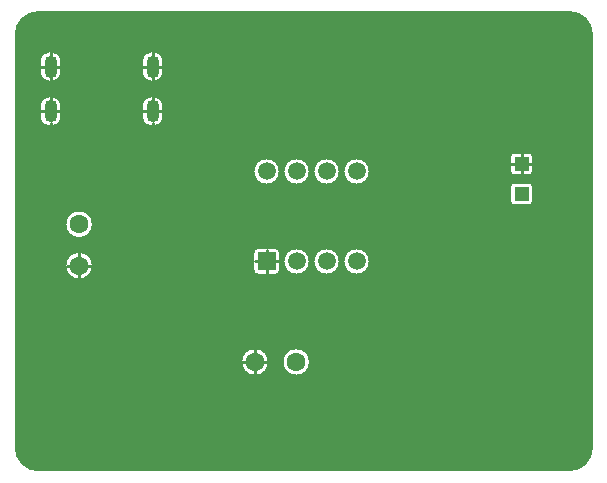
<source format=gbl>
G04 Layer: BottomLayer*
G04 EasyEDA Pro v2.2.43.4, 2025-11-30 18:38:01*
G04 Gerber Generator version 0.3*
G04 Scale: 100 percent, Rotated: No, Reflected: No*
G04 Dimensions in millimeters*
G04 Leading zeros omitted, absolute positions, 4 integers and 5 decimals*
G04 Generated by custom config*
%FSLAX45Y45*%
%MOMM*%
%ADD10C,0.2032*%
%ADD11C,0.254*%
%ADD12C,1.6*%
%ADD13R,1.21158X1.21158*%
%ADD14R,1.5X1.5*%
%ADD15C,1.5*%
%ADD16O,1.1054X1.9*%
%ADD17O,1.1X1.9*%
G75*


G04 Copper Start*
G36*
G01X4939840Y-250000D02*
G01X4939840Y-3750000D01*
G01X4937908Y-3777017D01*
G01X4932150Y-3803484D01*
G01X4922685Y-3828862D01*
G01X4909704Y-3852635D01*
G01X4893471Y-3874319D01*
G01X4874319Y-3893471D01*
G01X4852635Y-3909704D01*
G01X4828862Y-3922685D01*
G01X4803484Y-3932150D01*
G01X4777017Y-3937908D01*
G01X4750000Y-3939840D01*
G01X250000Y-3939840D01*
G01X222983Y-3937908D01*
G01X196516Y-3932150D01*
G01X171138Y-3922685D01*
G01X147365Y-3909704D01*
G01X125681Y-3893471D01*
G01X106528Y-3874319D01*
G01X90296Y-3852635D01*
G01X77315Y-3828862D01*
G01X67850Y-3803484D01*
G01X62092Y-3777017D01*
G01X60160Y-3750000D01*
G01X60160Y-3011917D01*
G01X1970264Y-3011917D01*
G01X1970264Y-3033288D01*
G01X1974191Y-3054297D01*
G01X1981912Y-3074225D01*
G01X1993162Y-3092396D01*
G01X2007561Y-3108190D01*
G01X2024616Y-3121069D01*
G01X2043747Y-3130596D01*
G01X2064303Y-3136444D01*
G01X2085584Y-3138416D01*
G01X2106865Y-3136444D01*
G01X2127421Y-3130596D01*
G01X2146552Y-3121069D01*
G01X2163607Y-3108190D01*
G01X2178005Y-3092396D01*
G01X2189256Y-3074225D01*
G01X2196977Y-3054297D01*
G01X2200904Y-3033288D01*
G01X2200904Y-3011917D01*
G01X2200904Y-3011917D01*
G01X2320276Y-3011917D01*
G01X2320276Y-3033288D01*
G01X2324203Y-3054297D01*
G01X2331924Y-3074225D01*
G01X2343174Y-3092396D01*
G01X2357573Y-3108190D01*
G01X2374628Y-3121069D01*
G01X2393759Y-3130596D01*
G01X2414315Y-3136444D01*
G01X2435596Y-3138416D01*
G01X2456877Y-3136444D01*
G01X2477433Y-3130596D01*
G01X2496564Y-3121069D01*
G01X2513619Y-3108190D01*
G01X2528017Y-3092396D01*
G01X2539268Y-3074225D01*
G01X2546989Y-3054297D01*
G01X2550916Y-3033288D01*
G01X2550916Y-3011917D01*
G01X2546989Y-2990909D01*
G01X2539268Y-2970980D01*
G01X2528017Y-2952809D01*
G01X2513619Y-2937015D01*
G01X2496564Y-2924136D01*
G01X2477433Y-2914609D01*
G01X2456877Y-2908761D01*
G01X2435596Y-2906789D01*
G01X2435596Y-2906789D01*
G01X2414315Y-2908761D01*
G01X2393759Y-2914609D01*
G01X2374628Y-2924136D01*
G01X2357573Y-2937015D01*
G01X2343174Y-2952809D01*
G01X2331924Y-2970980D01*
G01X2324203Y-2990909D01*
G01X2320276Y-3011917D01*
G01X2200904Y-3011917D01*
G01X2196977Y-2990909D01*
G01X2189256Y-2970980D01*
G01X2178005Y-2952809D01*
G01X2163607Y-2937015D01*
G01X2146552Y-2924136D01*
G01X2127421Y-2914609D01*
G01X2106865Y-2908761D01*
G01X2085584Y-2906789D01*
G01X2085584Y-2906789D01*
G01X2064303Y-2908761D01*
G01X2043747Y-2914609D01*
G01X2024616Y-2924136D01*
G01X2007561Y-2937015D01*
G01X1993162Y-2952809D01*
G01X1981912Y-2970980D01*
G01X1974191Y-2990909D01*
G01X1970264Y-3011917D01*
G01X60160Y-3011917D01*
G01X60160Y-2207016D01*
G01X481089Y-2207016D01*
G01X483061Y-2228297D01*
G01X488909Y-2248853D01*
G01X498436Y-2267984D01*
G01X511315Y-2285039D01*
G01X527109Y-2299438D01*
G01X545280Y-2310688D01*
G01X565209Y-2318409D01*
G01X586217Y-2322336D01*
G01X607588Y-2322336D01*
G01X628597Y-2318409D01*
G01X648525Y-2310688D01*
G01X666696Y-2299438D01*
G01X682490Y-2285039D01*
G01X695369Y-2267984D01*
G01X704896Y-2248853D01*
G01X710744Y-2228297D01*
G01X712716Y-2207016D01*
G01X710744Y-2185735D01*
G01X704896Y-2165179D01*
G01X695369Y-2146048D01*
G01X682490Y-2128993D01*
G01X666696Y-2114595D01*
G01X648525Y-2103344D01*
G01X631376Y-2096700D01*
G01X2073586Y-2096700D01*
G01X2073586Y-2246700D01*
G01X2075339Y-2257767D01*
G01X2080426Y-2267751D01*
G01X2088349Y-2275674D01*
G01X2098333Y-2280761D01*
G01X2109400Y-2282514D01*
G01X2259400Y-2282514D01*
G01X2259400Y-2282514D01*
G01X2270467Y-2280761D01*
G01X2280451Y-2275674D01*
G01X2288374Y-2267751D01*
G01X2293461Y-2257767D01*
G01X2295214Y-2246700D01*
G01X2295214Y-2161475D01*
G01X2328059Y-2161475D01*
G01X2328059Y-2181925D01*
G01X2331816Y-2202026D01*
G01X2339204Y-2221094D01*
G01X2349969Y-2238480D01*
G01X2363745Y-2253592D01*
G01X2380064Y-2265916D01*
G01X2398369Y-2275031D01*
G01X2418038Y-2280627D01*
G01X2438400Y-2282514D01*
G01X2438400Y-2282514D01*
G01X2458762Y-2280627D01*
G01X2478431Y-2275031D01*
G01X2496736Y-2265916D01*
G01X2513055Y-2253592D01*
G01X2526831Y-2238480D01*
G01X2537596Y-2221094D01*
G01X2544984Y-2202026D01*
G01X2548741Y-2181925D01*
G01X2548741Y-2161475D01*
G01X2548741Y-2161475D01*
G01X2582059Y-2161475D01*
G01X2582059Y-2181925D01*
G01X2585816Y-2202026D01*
G01X2593204Y-2221094D01*
G01X2603969Y-2238480D01*
G01X2617745Y-2253592D01*
G01X2634064Y-2265916D01*
G01X2652369Y-2275031D01*
G01X2672038Y-2280627D01*
G01X2692400Y-2282514D01*
G01X2692400Y-2282514D01*
G01X2712762Y-2280627D01*
G01X2732431Y-2275031D01*
G01X2750736Y-2265916D01*
G01X2767055Y-2253592D01*
G01X2780831Y-2238480D01*
G01X2791596Y-2221094D01*
G01X2798984Y-2202026D01*
G01X2802741Y-2181925D01*
G01X2802741Y-2161475D01*
G01X2802741Y-2161475D01*
G01X2836059Y-2161475D01*
G01X2836059Y-2181925D01*
G01X2839816Y-2202026D01*
G01X2847204Y-2221094D01*
G01X2857969Y-2238480D01*
G01X2871745Y-2253592D01*
G01X2888064Y-2265916D01*
G01X2906369Y-2275031D01*
G01X2926038Y-2280627D01*
G01X2946400Y-2282514D01*
G01X2946400Y-2282514D01*
G01X2966762Y-2280627D01*
G01X2986431Y-2275031D01*
G01X3004736Y-2265916D01*
G01X3021055Y-2253592D01*
G01X3034831Y-2238480D01*
G01X3045596Y-2221094D01*
G01X3052984Y-2202026D01*
G01X3056741Y-2181925D01*
G01X3056741Y-2161475D01*
G01X3052984Y-2141374D01*
G01X3045596Y-2122306D01*
G01X3034831Y-2104920D01*
G01X3021055Y-2089808D01*
G01X3004736Y-2077484D01*
G01X2986431Y-2068369D01*
G01X2966762Y-2062773D01*
G01X2946400Y-2060886D01*
G01X2926038Y-2062773D01*
G01X2906369Y-2068369D01*
G01X2888064Y-2077484D01*
G01X2871745Y-2089808D01*
G01X2857969Y-2104920D01*
G01X2847204Y-2122306D01*
G01X2839816Y-2141374D01*
G01X2836059Y-2161475D01*
G01X2802741Y-2161475D01*
G01X2798984Y-2141374D01*
G01X2791596Y-2122306D01*
G01X2780831Y-2104920D01*
G01X2767055Y-2089808D01*
G01X2750736Y-2077484D01*
G01X2732431Y-2068369D01*
G01X2712762Y-2062773D01*
G01X2692400Y-2060886D01*
G01X2672038Y-2062773D01*
G01X2652369Y-2068369D01*
G01X2634064Y-2077484D01*
G01X2617745Y-2089808D01*
G01X2603969Y-2104920D01*
G01X2593204Y-2122306D01*
G01X2585816Y-2141374D01*
G01X2582059Y-2161475D01*
G01X2548741Y-2161475D01*
G01X2544984Y-2141374D01*
G01X2537596Y-2122306D01*
G01X2526831Y-2104920D01*
G01X2513055Y-2089808D01*
G01X2496736Y-2077484D01*
G01X2478431Y-2068369D01*
G01X2458762Y-2062773D01*
G01X2438400Y-2060886D01*
G01X2418038Y-2062773D01*
G01X2398369Y-2068369D01*
G01X2380064Y-2077484D01*
G01X2363745Y-2089808D01*
G01X2349969Y-2104920D01*
G01X2339204Y-2122306D01*
G01X2331816Y-2141374D01*
G01X2328059Y-2161475D01*
G01X2295214Y-2161475D01*
G01X2295214Y-2096700D01*
G01X2293461Y-2085633D01*
G01X2288374Y-2075649D01*
G01X2280451Y-2067726D01*
G01X2270467Y-2062639D01*
G01X2259400Y-2060886D01*
G01X2109400Y-2060886D01*
G01X2098333Y-2062639D01*
G01X2088349Y-2067726D01*
G01X2080426Y-2075649D01*
G01X2075339Y-2085633D01*
G01X2073586Y-2096700D01*
G01X631376Y-2096700D01*
G01X628597Y-2095623D01*
G01X607588Y-2091696D01*
G01X586217Y-2091696D01*
G01X565209Y-2095623D01*
G01X545280Y-2103344D01*
G01X527109Y-2114595D01*
G01X511315Y-2128993D01*
G01X498436Y-2146048D01*
G01X488909Y-2165179D01*
G01X483061Y-2185735D01*
G01X481089Y-2207016D01*
G01X481089Y-2207016D01*
G01X60160Y-2207016D01*
G01X60160Y-1857004D01*
G01X481089Y-1857004D01*
G01X483061Y-1878285D01*
G01X488909Y-1898841D01*
G01X498436Y-1917972D01*
G01X511315Y-1935027D01*
G01X527109Y-1949426D01*
G01X545280Y-1960676D01*
G01X565209Y-1968397D01*
G01X586217Y-1972324D01*
G01X607588Y-1972324D01*
G01X628597Y-1968397D01*
G01X648525Y-1960676D01*
G01X666696Y-1949426D01*
G01X682490Y-1935027D01*
G01X695369Y-1917972D01*
G01X704896Y-1898841D01*
G01X710744Y-1878285D01*
G01X712716Y-1857004D01*
G01X710744Y-1835723D01*
G01X704896Y-1815167D01*
G01X695369Y-1796036D01*
G01X682490Y-1778981D01*
G01X666696Y-1764583D01*
G01X648525Y-1753332D01*
G01X628597Y-1745611D01*
G01X607588Y-1741684D01*
G01X586217Y-1741684D01*
G01X565209Y-1745611D01*
G01X545280Y-1753332D01*
G01X527109Y-1764583D01*
G01X511315Y-1778981D01*
G01X498436Y-1796036D01*
G01X488909Y-1815167D01*
G01X483061Y-1835723D01*
G01X481089Y-1857004D01*
G01X481089Y-1857004D01*
G01X60160Y-1857004D01*
G01X60160Y-1539621D01*
G01X4247007Y-1539621D01*
G01X4247007Y-1660779D01*
G01X4248760Y-1671846D01*
G01X4253847Y-1681830D01*
G01X4261770Y-1689753D01*
G01X4271754Y-1694840D01*
G01X4282821Y-1696593D01*
G01X4403979Y-1696593D01*
G01X4415046Y-1694840D01*
G01X4425030Y-1689753D01*
G01X4432953Y-1681830D01*
G01X4438040Y-1671846D01*
G01X4439793Y-1660779D01*
G01X4439793Y-1539621D01*
G01X4439793Y-1539621D01*
G01X4438040Y-1528554D01*
G01X4432953Y-1518570D01*
G01X4425030Y-1510647D01*
G01X4415046Y-1505560D01*
G01X4403979Y-1503807D01*
G01X4282821Y-1503807D01*
G01X4271754Y-1505560D01*
G01X4261770Y-1510647D01*
G01X4253847Y-1518570D01*
G01X4248760Y-1528554D01*
G01X4247007Y-1539621D01*
G01X60160Y-1539621D01*
G01X60160Y-1399475D01*
G01X2074059Y-1399475D01*
G01X2074059Y-1419925D01*
G01X2077816Y-1440026D01*
G01X2085204Y-1459094D01*
G01X2095969Y-1476480D01*
G01X2109745Y-1491592D01*
G01X2126064Y-1503916D01*
G01X2144369Y-1513031D01*
G01X2164038Y-1518627D01*
G01X2184400Y-1520514D01*
G01X2184400Y-1520514D01*
G01X2204762Y-1518627D01*
G01X2224431Y-1513031D01*
G01X2242736Y-1503916D01*
G01X2259055Y-1491592D01*
G01X2272831Y-1476480D01*
G01X2283596Y-1459094D01*
G01X2290984Y-1440026D01*
G01X2294741Y-1419925D01*
G01X2294741Y-1399475D01*
G01X2294741Y-1399475D01*
G01X2328059Y-1399475D01*
G01X2328059Y-1419925D01*
G01X2331816Y-1440026D01*
G01X2339204Y-1459094D01*
G01X2349969Y-1476480D01*
G01X2363745Y-1491592D01*
G01X2380064Y-1503916D01*
G01X2398369Y-1513031D01*
G01X2418038Y-1518627D01*
G01X2438400Y-1520514D01*
G01X2438400Y-1520514D01*
G01X2458762Y-1518627D01*
G01X2478431Y-1513031D01*
G01X2496736Y-1503916D01*
G01X2513055Y-1491592D01*
G01X2526831Y-1476480D01*
G01X2537596Y-1459094D01*
G01X2544984Y-1440026D01*
G01X2548741Y-1419925D01*
G01X2548741Y-1399475D01*
G01X2548741Y-1399475D01*
G01X2582059Y-1399475D01*
G01X2582059Y-1419925D01*
G01X2585816Y-1440026D01*
G01X2593204Y-1459094D01*
G01X2603969Y-1476480D01*
G01X2617745Y-1491592D01*
G01X2634064Y-1503916D01*
G01X2652369Y-1513031D01*
G01X2672038Y-1518627D01*
G01X2692400Y-1520514D01*
G01X2692400Y-1520514D01*
G01X2712762Y-1518627D01*
G01X2732431Y-1513031D01*
G01X2750736Y-1503916D01*
G01X2767055Y-1491592D01*
G01X2780831Y-1476480D01*
G01X2791596Y-1459094D01*
G01X2798984Y-1440026D01*
G01X2802741Y-1419925D01*
G01X2802741Y-1399475D01*
G01X2802741Y-1399475D01*
G01X2836059Y-1399475D01*
G01X2836059Y-1419925D01*
G01X2839816Y-1440026D01*
G01X2847204Y-1459094D01*
G01X2857969Y-1476480D01*
G01X2871745Y-1491592D01*
G01X2888064Y-1503916D01*
G01X2906369Y-1513031D01*
G01X2926038Y-1518627D01*
G01X2946400Y-1520514D01*
G01X2946400Y-1520514D01*
G01X2966762Y-1518627D01*
G01X2986431Y-1513031D01*
G01X3004736Y-1503916D01*
G01X3021055Y-1491592D01*
G01X3034831Y-1476480D01*
G01X3045596Y-1459094D01*
G01X3052984Y-1440026D01*
G01X3056741Y-1419925D01*
G01X3056741Y-1399475D01*
G01X3052984Y-1379374D01*
G01X3045596Y-1360306D01*
G01X3034831Y-1342920D01*
G01X3021055Y-1327808D01*
G01X3004736Y-1315484D01*
G01X2986431Y-1306369D01*
G01X2966762Y-1300773D01*
G01X2946400Y-1298886D01*
G01X2926038Y-1300773D01*
G01X2906369Y-1306369D01*
G01X2888064Y-1315484D01*
G01X2871745Y-1327808D01*
G01X2857969Y-1342920D01*
G01X2847204Y-1360306D01*
G01X2839816Y-1379374D01*
G01X2836059Y-1399475D01*
G01X2802741Y-1399475D01*
G01X2798984Y-1379374D01*
G01X2791596Y-1360306D01*
G01X2780831Y-1342920D01*
G01X2767055Y-1327808D01*
G01X2750736Y-1315484D01*
G01X2732431Y-1306369D01*
G01X2712762Y-1300773D01*
G01X2692400Y-1298886D01*
G01X2672038Y-1300773D01*
G01X2652369Y-1306369D01*
G01X2634064Y-1315484D01*
G01X2617745Y-1327808D01*
G01X2603969Y-1342920D01*
G01X2593204Y-1360306D01*
G01X2585816Y-1379374D01*
G01X2582059Y-1399475D01*
G01X2548741Y-1399475D01*
G01X2544984Y-1379374D01*
G01X2537596Y-1360306D01*
G01X2526831Y-1342920D01*
G01X2513055Y-1327808D01*
G01X2496736Y-1315484D01*
G01X2478431Y-1306369D01*
G01X2458762Y-1300773D01*
G01X2438400Y-1298886D01*
G01X2418038Y-1300773D01*
G01X2398369Y-1306369D01*
G01X2380064Y-1315484D01*
G01X2363745Y-1327808D01*
G01X2349969Y-1342920D01*
G01X2339204Y-1360306D01*
G01X2331816Y-1379374D01*
G01X2328059Y-1399475D01*
G01X2294741Y-1399475D01*
G01X2290984Y-1379374D01*
G01X2283596Y-1360306D01*
G01X2272831Y-1342920D01*
G01X2259055Y-1327808D01*
G01X2242736Y-1315484D01*
G01X2224431Y-1306369D01*
G01X2204762Y-1300773D01*
G01X2184400Y-1298886D01*
G01X2164038Y-1300773D01*
G01X2144369Y-1306369D01*
G01X2126064Y-1315484D01*
G01X2109745Y-1327808D01*
G01X2095969Y-1342920D01*
G01X2085204Y-1360306D01*
G01X2077816Y-1379374D01*
G01X2074059Y-1399475D01*
G01X60160Y-1399475D01*
G01X60160Y-1285621D01*
G01X4247007Y-1285621D01*
G01X4247007Y-1406779D01*
G01X4248760Y-1417846D01*
G01X4253847Y-1427830D01*
G01X4261770Y-1435753D01*
G01X4271754Y-1440840D01*
G01X4282821Y-1442593D01*
G01X4403979Y-1442593D01*
G01X4415046Y-1440840D01*
G01X4425030Y-1435753D01*
G01X4432953Y-1427830D01*
G01X4438040Y-1417846D01*
G01X4439793Y-1406779D01*
G01X4439793Y-1285621D01*
G01X4439793Y-1285621D01*
G01X4438040Y-1274554D01*
G01X4432953Y-1264570D01*
G01X4425030Y-1256647D01*
G01X4415046Y-1251560D01*
G01X4403979Y-1249807D01*
G01X4282821Y-1249807D01*
G01X4271754Y-1251560D01*
G01X4261770Y-1256647D01*
G01X4253847Y-1264570D01*
G01X4248760Y-1274554D01*
G01X4247007Y-1285621D01*
G01X60160Y-1285621D01*
G01X60160Y-861408D01*
G01X264596Y-861408D01*
G01X264596Y-941408D01*
G01X266580Y-960289D01*
G01X272447Y-978345D01*
G01X281940Y-994787D01*
G01X294643Y-1008896D01*
G01X310003Y-1020055D01*
G01X327346Y-1027777D01*
G01X345917Y-1031724D01*
G01X364902Y-1031724D01*
G01X383473Y-1027777D01*
G01X400816Y-1020055D01*
G01X416176Y-1008896D01*
G01X428879Y-994787D01*
G01X438372Y-978345D01*
G01X444239Y-960289D01*
G01X446223Y-941408D01*
G01X446223Y-941408D01*
G01X446223Y-861408D01*
G01X1128577Y-861408D01*
G01X1128577Y-941408D01*
G01X1130561Y-960289D01*
G01X1136428Y-978345D01*
G01X1145921Y-994787D01*
G01X1158624Y-1008896D01*
G01X1173984Y-1020055D01*
G01X1191327Y-1027777D01*
G01X1209898Y-1031724D01*
G01X1228883Y-1031724D01*
G01X1247454Y-1027777D01*
G01X1264797Y-1020055D01*
G01X1280157Y-1008896D01*
G01X1292860Y-994787D01*
G01X1302353Y-978345D01*
G01X1308220Y-960289D01*
G01X1310204Y-941408D01*
G01X1310204Y-941408D01*
G01X1310204Y-861408D01*
G01X1308220Y-842527D01*
G01X1302353Y-824471D01*
G01X1292860Y-808029D01*
G01X1280157Y-793920D01*
G01X1264797Y-782761D01*
G01X1247454Y-775039D01*
G01X1228883Y-771092D01*
G01X1209898Y-771092D01*
G01X1191327Y-775039D01*
G01X1173984Y-782761D01*
G01X1158624Y-793920D01*
G01X1145921Y-808029D01*
G01X1136428Y-824471D01*
G01X1130561Y-842527D01*
G01X1128577Y-861408D01*
G01X446223Y-861408D01*
G01X446223Y-861408D01*
G01X444239Y-842527D01*
G01X438372Y-824471D01*
G01X428879Y-808029D01*
G01X416176Y-793920D01*
G01X400816Y-782761D01*
G01X383473Y-775039D01*
G01X364902Y-771092D01*
G01X345917Y-771092D01*
G01X327346Y-775039D01*
G01X310003Y-782761D01*
G01X294643Y-793920D01*
G01X281940Y-808029D01*
G01X272447Y-824471D01*
G01X266580Y-842527D01*
G01X264596Y-861408D01*
G01X60160Y-861408D01*
G01X60160Y-481399D01*
G01X264596Y-481399D01*
G01X264596Y-561398D01*
G01X266580Y-580280D01*
G01X272447Y-598336D01*
G01X281940Y-614777D01*
G01X294643Y-628886D01*
G01X310003Y-640046D01*
G01X327346Y-647768D01*
G01X345917Y-651715D01*
G01X364902Y-651715D01*
G01X383473Y-647768D01*
G01X400816Y-640046D01*
G01X416176Y-628886D01*
G01X428879Y-614777D01*
G01X438372Y-598336D01*
G01X444239Y-580280D01*
G01X446223Y-561398D01*
G01X446223Y-561398D01*
G01X446223Y-481399D01*
G01X1128577Y-481399D01*
G01X1128577Y-561398D01*
G01X1130561Y-580280D01*
G01X1136428Y-598336D01*
G01X1145921Y-614777D01*
G01X1158624Y-628886D01*
G01X1173984Y-640046D01*
G01X1191327Y-647768D01*
G01X1209898Y-651715D01*
G01X1228883Y-651715D01*
G01X1247454Y-647768D01*
G01X1264797Y-640046D01*
G01X1280157Y-628886D01*
G01X1292860Y-614777D01*
G01X1302353Y-598336D01*
G01X1308220Y-580280D01*
G01X1310204Y-561398D01*
G01X1310204Y-561398D01*
G01X1310204Y-481399D01*
G01X1308220Y-462517D01*
G01X1302353Y-444461D01*
G01X1292860Y-428020D01*
G01X1280157Y-413911D01*
G01X1264797Y-402751D01*
G01X1247454Y-395029D01*
G01X1228883Y-391082D01*
G01X1209898Y-391082D01*
G01X1191327Y-395029D01*
G01X1173984Y-402751D01*
G01X1158624Y-413911D01*
G01X1145921Y-428020D01*
G01X1136428Y-444461D01*
G01X1130561Y-462517D01*
G01X1128577Y-481399D01*
G01X446223Y-481399D01*
G01X446223Y-481399D01*
G01X444239Y-462517D01*
G01X438372Y-444461D01*
G01X428879Y-428020D01*
G01X416176Y-413911D01*
G01X400816Y-402751D01*
G01X383473Y-395029D01*
G01X364902Y-391082D01*
G01X345917Y-391082D01*
G01X327346Y-395029D01*
G01X310003Y-402751D01*
G01X294643Y-413911D01*
G01X281940Y-428020D01*
G01X272447Y-444461D01*
G01X266580Y-462517D01*
G01X264596Y-481399D01*
G01X60160Y-481399D01*
G01X60160Y-250000D01*
G01X62092Y-222983D01*
G01X67850Y-196516D01*
G01X77315Y-171138D01*
G01X90296Y-147365D01*
G01X106528Y-125681D01*
G01X125681Y-106528D01*
G01X147365Y-90296D01*
G01X171138Y-77315D01*
G01X196516Y-67850D01*
G01X222983Y-62092D01*
G01X250000Y-60160D01*
G01X4750000Y-60160D01*
G01X4777017Y-62092D01*
G01X4803484Y-67850D01*
G01X4828862Y-77315D01*
G01X4852635Y-90296D01*
G01X4874319Y-106528D01*
G01X4893471Y-125681D01*
G01X4909704Y-147365D01*
G01X4922685Y-171138D01*
G01X4932150Y-196516D01*
G01X4937908Y-222983D01*
G01X4939840Y-250000D01*
G37*
G54D10*
G01X4939840Y-250000D02*
G01X4939840Y-3750000D01*
G02X4750000Y-3939840I-189840J0D01*
G01X250000Y-3939840D01*
G02X60160Y-3750000I0J189840D01*
G01X60160Y-250000D01*
G02X250000Y-60160I189840J0D01*
G01X4750000Y-60160D01*
G02X4939840Y-250000I0J-189840D01*
G01X446223Y-941408D02*
G01X446223Y-861408D01*
G03X264596Y-861408I-90814J0D01*
G01X264596Y-941408D01*
G03X446223Y-941408I90814J0D01*
G01X446223Y-561398D02*
G01X446223Y-481399D01*
G03X264596Y-481399I-90814J0D01*
G01X264596Y-561398D01*
G03X446223Y-561398I90814J0D01*
G01X481089Y-1857004D02*
G03X712716Y-1857004I115814J0D01*
G03X481089Y-1857004I-115814J0D01*
G01X481089Y-2207016D02*
G03X712716Y-2207016I115814J0D01*
G03X481089Y-2207016I-115814J0D01*
G01X1310204Y-561398D02*
G01X1310204Y-481399D01*
G03X1128577Y-481399I-90814J0D01*
G01X1128577Y-561398D01*
G03X1310204Y-561398I90814J0D01*
G01X1310204Y-941408D02*
G01X1310204Y-861408D01*
G03X1128577Y-861408I-90814J0D01*
G01X1128577Y-941408D01*
G03X1310204Y-941408I90814J0D01*
G01X2085584Y-2906789D02*
G03X2085584Y-3138416I0J-115814D01*
G03X2085584Y-2906789I0J115814D01*
G01X2184400Y-1520514D02*
G03X2184400Y-1298886I0J110814D01*
G03X2184400Y-1520514I0J-110814D01*
G01X2259400Y-2282514D02*
G03X2295214Y-2246700I0J35814D01*
G01X2295214Y-2096700D01*
G03X2259400Y-2060886I-35814J0D01*
G01X2109400Y-2060886D01*
G03X2073586Y-2096700I0J-35814D01*
G01X2073586Y-2246700D01*
G03X2109400Y-2282514I35814J0D01*
G01X2259400Y-2282514D01*
G01X2435596Y-2906789D02*
G03X2435596Y-3138416I0J-115814D01*
G03X2435596Y-2906789I0J115814D01*
G01X2438400Y-1520514D02*
G03X2438400Y-1298886I0J110814D01*
G03X2438400Y-1520514I0J-110814D01*
G01X2438400Y-2282514D02*
G03X2438400Y-2060886I0J110814D01*
G03X2438400Y-2282514I0J-110814D01*
G01X2692400Y-1520514D02*
G03X2692400Y-1298886I0J110814D01*
G03X2692400Y-1520514I0J-110814D01*
G01X2692400Y-2282514D02*
G03X2692400Y-2060886I0J110814D01*
G03X2692400Y-2282514I0J-110814D01*
G01X2946400Y-1520514D02*
G03X2946400Y-1298886I0J110814D01*
G03X2946400Y-1520514I0J-110814D01*
G01X2946400Y-2282514D02*
G03X2946400Y-2060886I0J110814D01*
G03X2946400Y-2282514I0J-110814D01*
G01X4439793Y-1285621D02*
G03X4403979Y-1249807I-35814J0D01*
G01X4282821Y-1249807D01*
G03X4247007Y-1285621I0J-35814D01*
G01X4247007Y-1406779D01*
G03X4282821Y-1442593I35814J0D01*
G01X4403979Y-1442593D01*
G03X4439793Y-1406779I0J35814D01*
G01X4439793Y-1285621D01*
G01X4439793Y-1539621D02*
G03X4403979Y-1503807I-35814J0D01*
G01X4282821Y-1503807D01*
G03X4247007Y-1539621I0J-35814D01*
G01X4247007Y-1660779D01*
G03X4282821Y-1696593I35814J0D01*
G01X4403979Y-1696593D01*
G03X4439793Y-1660779I0J35814D01*
G01X4439793Y-1539621D01*
G54D11*
G01X410155Y-901408D02*
G01X436063Y-901408D01*
G01X300664Y-901408D02*
G01X274756Y-901408D01*
G01X355410Y-996154D02*
G01X355410Y-1022062D01*
G01X355410Y-806662D02*
G01X355410Y-780754D01*
G01X410155Y-521398D02*
G01X436063Y-521398D01*
G01X300664Y-521398D02*
G01X274756Y-521398D01*
G01X355410Y-616144D02*
G01X355410Y-642052D01*
G01X355410Y-426653D02*
G01X355410Y-400745D01*
G01X517157Y-2207016D02*
G01X491249Y-2207016D01*
G01X676648Y-2207016D02*
G01X702556Y-2207016D01*
G01X596903Y-2127270D02*
G01X596903Y-2101362D01*
G01X596903Y-2286762D02*
G01X596903Y-2312670D01*
G01X1274136Y-521398D02*
G01X1300044Y-521398D01*
G01X1164645Y-521398D02*
G01X1138737Y-521398D01*
G01X1219391Y-616144D02*
G01X1219391Y-642052D01*
G01X1219391Y-426653D02*
G01X1219391Y-400745D01*
G01X1274136Y-901408D02*
G01X1300044Y-901408D01*
G01X1164645Y-901408D02*
G01X1138737Y-901408D01*
G01X1219391Y-996154D02*
G01X1219391Y-1022062D01*
G01X1219391Y-806662D02*
G01X1219391Y-780754D01*
G01X2085584Y-2942857D02*
G01X2085584Y-2916949D01*
G01X2085584Y-3102348D02*
G01X2085584Y-3128256D01*
G01X2165330Y-3022603D02*
G01X2191238Y-3022603D01*
G01X2005838Y-3022603D02*
G01X1979930Y-3022603D01*
G01X2109654Y-2171700D02*
G01X2083746Y-2171700D01*
G01X2259146Y-2171700D02*
G01X2285054Y-2171700D01*
G01X2184400Y-2096954D02*
G01X2184400Y-2071046D01*
G01X2184400Y-2246446D02*
G01X2184400Y-2272354D01*
G01X4343400Y-1406525D02*
G01X4343400Y-1432433D01*
G01X4343400Y-1285875D02*
G01X4343400Y-1259967D01*
G01X4283075Y-1346200D02*
G01X4257167Y-1346200D01*
G01X4403725Y-1346200D02*
G01X4429633Y-1346200D01*
G04 Copper End*

G04 Pad Start*
G54D12*
G01X2435596Y-3022603D03*
G01X2085584Y-3022603D03*
G54D13*
G01X4343400Y-1600200D03*
G01X4343400Y-1346200D03*
G54D14*
G01X2184400Y-2171700D03*
G54D15*
G01X2438400Y-2171700D03*
G01X2692400Y-2171700D03*
G01X2946400Y-2171700D03*
G01X2184400Y-1409700D03*
G01X2438400Y-1409700D03*
G01X2692400Y-1409700D03*
G01X2946400Y-1409700D03*
G54D17*
G01X355410Y-521398D03*
G01X1219391Y-521398D03*
G01X355410Y-901408D03*
G01X1219391Y-901408D03*
G54D12*
G01X596903Y-1857004D03*
G01X596903Y-2207016D03*
G04 Pad End*

M02*


</source>
